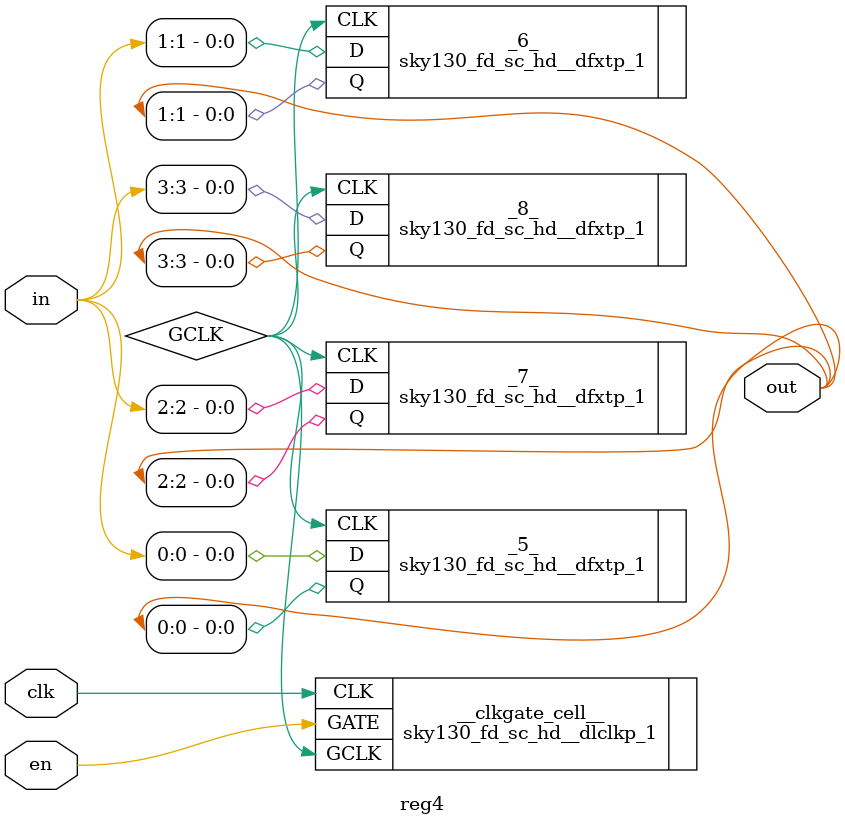
<source format=v>


module reg4
(
  in,
  clk,
  en,
  out
);

  wire [3:0] _0_;
  input clk;
  input en;
  input [3:0] in;
  output [3:0] out;
  wire GCLK;

  sky130_fd_sc_hd__dlclkp_1
  __clkgate_cell__
  (
    .GCLK(GCLK),
    .GATE(en),
    .CLK(clk)
  );


  sky130_fd_sc_hd__dfxtp_1
  _5_
  (
    .CLK(GCLK),
    .D(in[0]),
    .Q(out[0])
  );


  sky130_fd_sc_hd__dfxtp_1
  _6_
  (
    .CLK(GCLK),
    .D(in[1]),
    .Q(out[1])
  );


  sky130_fd_sc_hd__dfxtp_1
  _7_
  (
    .CLK(GCLK),
    .D(in[2]),
    .Q(out[2])
  );


  sky130_fd_sc_hd__dfxtp_1
  _8_
  (
    .CLK(GCLK),
    .D(in[3]),
    .Q(out[3])
  );


endmodule


</source>
